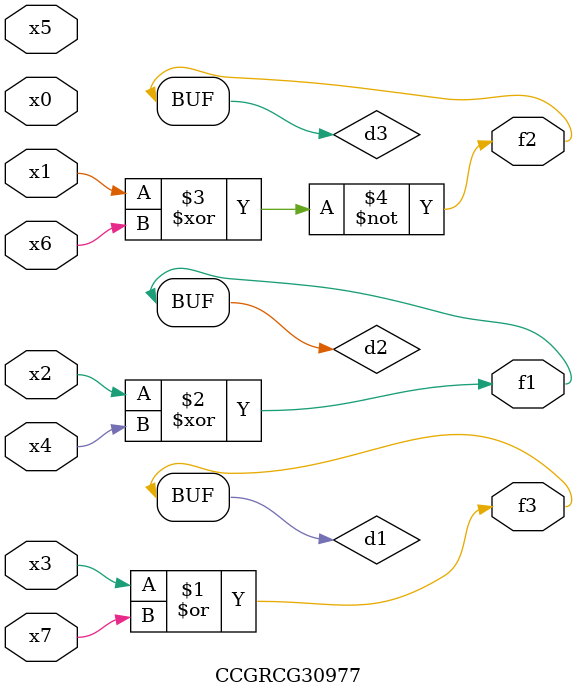
<source format=v>
module CCGRCG30977(
	input x0, x1, x2, x3, x4, x5, x6, x7,
	output f1, f2, f3
);

	wire d1, d2, d3;

	or (d1, x3, x7);
	xor (d2, x2, x4);
	xnor (d3, x1, x6);
	assign f1 = d2;
	assign f2 = d3;
	assign f3 = d1;
endmodule

</source>
